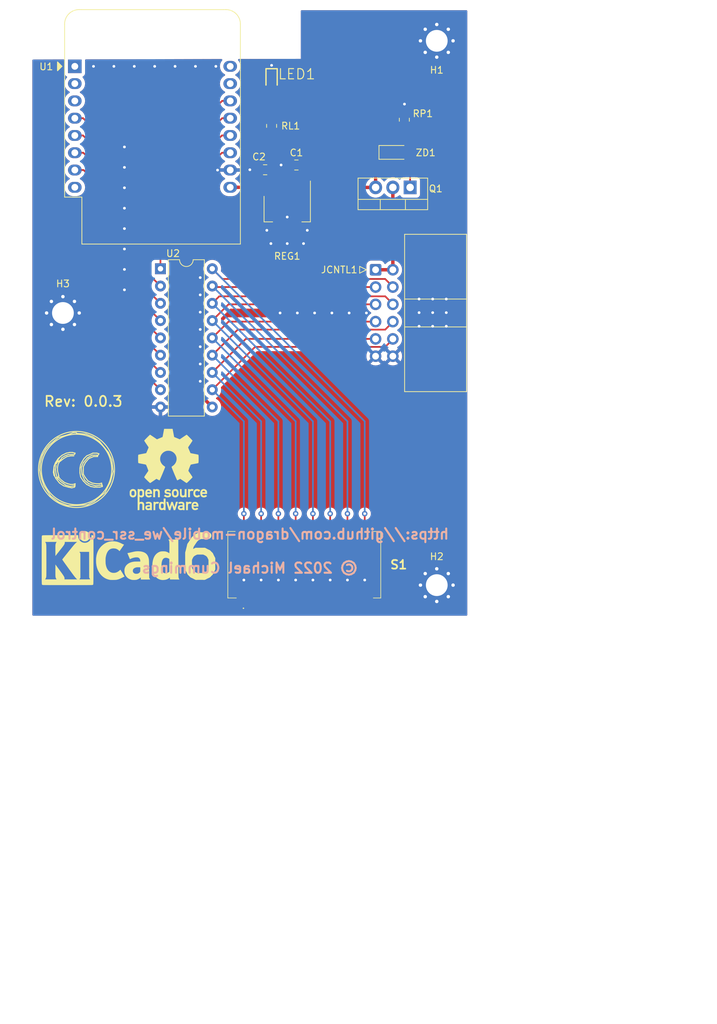
<source format=kicad_pcb>
(kicad_pcb (version 20211014) (generator pcbnew)
  (title_block (title "Dragon We SSR Control") (date "2022-07-16") (rev "0.0.3") (comment 2 "creativecommons.org/licenses/by/4.0/") (comment 3 "License: CC By 4.0") (comment 4 "Author: Michael Cummings"))
  (layers (0 "F.Cu" signal) (31 "B.Cu" signal) (34 "B.Paste" user) (35 "F.Paste" user) (36 "B.SilkS" user "B.Silkscreen") (37 "F.SilkS" user "F.Silkscreen") (38 "B.Mask" user) (39 "F.Mask" user) (44 "Edge.Cuts" user))
  (net 0 "")
  (net 1 "+BATT")
  (net 2 "GNDPWR")
  (net 3 "+5V")
  (net 5 "Net-(U1-Pad4)")
  (net 6 "Net-(U1-Pad5)")
  (net 7 "Net-(U1-Pad6)")
  (net 8 "Net-(U1-Pad7)")
  (net 9 "+VDC")
  (net 10 "/a3")
  (net 11 "/a4")
  (net 12 "/a1")
  (net 13 "/a2")
  (net 14 "/a8")
  (net 15 "/a7")
  (net 16 "/a6")
  (net 17 "/a5")
  (net 18 "Net-(LED1-Pad2)")
  (net 19 "Net-(U1-Pad11)")
  (net 20 "Net-(U1-Pad12)")
  (net 21 "Net-(U1-Pad13)")
  (net 22 "Net-(U1-Pad14)")
  (net 23 "Net-(Q1-Pad1)")
  (footprint "Package_TO_SOT_THT:TO-220-3_Vertical" (layer "F.Cu") (at 106.08 76.545 180)
    (fp_text reference "Q1" (at -3.77 -0.195) (layer "F.SilkS"))
    (fp_text value "IRF4905" hide)
    (pad "1" thru_hole rect (at 0 0 180) (size 1.905 2) (drill 1.1) (layers *.Cu *.Mask) (net 23 "Net-(Q1-Pad1)"))
    (pad "2" thru_hole oval (at 2.54 0 180) (size 1.905 2) (drill 1.1) (layers *.Cu *.Mask) (net 1 "+BATT"))
    (pad "3" thru_hole oval (at 5.08 0 180) (size 1.905 2) (drill 1.1) (layers *.Cu *.Mask) (net 9 "+VDC"))
  )
  (footprint "Connector_IDC:IDC-Header_2x06_P2.54mm_Horizontal" (layer "F.Cu") (at 101 88.65)
    (fp_text reference "JCNTL1" (at -5.35 0) (layer "F.SilkS"))
    (fp_text value "Conn_02x06_Odd_Even" hide)
    (pad "1" thru_hole roundrect (at 0 0) (size 1.7 1.7) (drill 1) (layers *.Cu *.Mask) (roundrect_rratio 0.1470588235) (net 1 "+BATT"))
    (pad "2" thru_hole circle (at 2.54 0) (size 1.7 1.7) (drill 1) (layers *.Cu *.Mask) (net 1 "+BATT"))
    (pad "3" thru_hole circle (at 0 2.54) (size 1.7 1.7) (drill 1) (layers *.Cu *.Mask) (net 13 "/a2"))
    (pad "4" thru_hole circle (at 2.54 2.54) (size 1.7 1.7) (drill 1) (layers *.Cu *.Mask) (net 12 "/a1"))
    (pad "5" thru_hole circle (at 0 5.08) (size 1.7 1.7) (drill 1) (layers *.Cu *.Mask) (net 11 "/a4"))
    (pad "6" thru_hole circle (at 2.54 5.08) (size 1.7 1.7) (drill 1) (layers *.Cu *.Mask) (net 10 "/a3"))
    (pad "7" thru_hole circle (at 0 7.62) (size 1.7 1.7) (drill 1) (layers *.Cu *.Mask) (net 17 "/a5"))
    (pad "8" thru_hole circle (at 2.54 7.62) (size 1.7 1.7) (drill 1) (layers *.Cu *.Mask) (net 16 "/a6"))
    (pad "9" thru_hole circle (at 0 10.16) (size 1.7 1.7) (drill 1) (layers *.Cu *.Mask) (net 15 "/a7"))
    (pad "10" thru_hole circle (at 2.54 10.16) (size 1.7 1.7) (drill 1) (layers *.Cu *.Mask) (net 14 "/a8"))
    (pad "11" thru_hole circle (at 0 12.7) (size 1.7 1.7) (drill 1) (layers *.Cu *.Mask) (net 2 "GNDPWR"))
    (pad "12" thru_hole circle (at 2.54 12.7) (size 1.7 1.7) (drill 1) (layers *.Cu *.Mask) (net 2 "GNDPWR"))
  )
  (footprint "Resistor_SMD:R_0805_2012Metric" (layer "F.Cu") (at 85.7 67.5 90)
    (fp_text reference "RL1" (at -0.0125 2.8 180) (layer "F.SilkS"))
    (fp_text value "250" hide)
    (pad "1" smd roundrect (at -0.9125 0 90) (size 1.025 1.4) (layers "F.Cu" "F.Paste" "F.Mask") (roundrect_rratio 0.243902439) (net 3 "+5V"))
    (pad "2" smd roundrect (at 0.9125 0 90) (size 1.025 1.4) (layers "F.Cu" "F.Paste" "F.Mask") (roundrect_rratio 0.243902439) (net 18 "Net-(LED1-Pad2)"))
  )
  (footprint "Resistor_SMD:R_0805_2012Metric" (layer "F.Cu") (at 105.23 66.595 90)
    (fp_text reference "RP1" (at 0.895 2.72) (layer "F.SilkS"))
    (fp_text value "100k" hide)
    (pad "1" smd roundrect (at -0.9125 0 90) (size 1.025 1.4) (layers "F.Cu" "F.Paste" "F.Mask") (roundrect_rratio 0.243902439) (net 23 "Net-(Q1-Pad1)"))
    (pad "2" smd roundrect (at 0.9125 0 90) (size 1.025 1.4) (layers "F.Cu" "F.Paste" "F.Mask") (roundrect_rratio 0.243902439) (net 2 "GNDPWR"))
  )
  (footprint "Symbol:KiCad-Logo_8mm_SilkScreen" (layer "F.Cu") (at 62 131)
    (fp_text reference "#LOGO3" hide)
    (fp_text value "6" (at 13.2 0) (layer "F.SilkS") (effects (font (size 6 6) (thickness 1))))
  )
  (footprint "Capacitor_SMD:C_0805_2012Metric" (layer "F.Cu") (at 84.75 73.95 180)
    (fp_text reference "C2" (at 0.9 1.9) (layer "F.SilkS"))
    (fp_text value "100n" hide)
    (pad "1" smd roundrect (at -0.95 0 180) (size 1 1.45) (layers "F.Cu" "F.Paste" "F.Mask") (net 3 "+5V"))
    (pad "2" smd roundrect (at 0.95 0 180) (size 1 1.45) (layers "F.Cu" "F.Paste" "F.Mask") (net 2 "GNDPWR"))
  )
  (footprint "Symbol:OSHW-Logo_11.4x12mm_SilkScreen" (layer "F.Cu") (at 70.5 118)
    (fp_text reference "#LOGO1" hide)
    (fp_text value "OSHW-Logo_11.4x12mm_SilkScreen" hide)
  )
  (footprint "Capacitor_SMD:C_0805_2012Metric" (layer "F.Cu") (at 89.35 73.25 180)
    (fp_text reference "C1" (at 0 1.8 180) (layer "F.SilkS"))
    (fp_text value "330n" hide)
    (pad "1" smd roundrect (at -0.95 0 180) (size 1 1.45) (layers "F.Cu" "F.Paste" "F.Mask") (net 9 "+VDC"))
    (pad "2" smd roundrect (at 0.95 0 180) (size 1 1.45) (layers "F.Cu" "F.Paste" "F.Mask") (net 2 "GNDPWR"))
  )
  (footprint "Symbol:Symbol_CreativeCommons_SilkScreenTop_Type2_Big" (layer "F.Cu") (at 57 118)
    (fp_text reference "#LOGO2" hide)
    (fp_text value "Symbol_CreativeCommons_SilkScreenTop_Type2_Big" hide)
  )
  (footprint "dragon_mobile:LEDC1608X80N" (layer "F.Cu") (at 85.7 60.7 -90)
    (fp_text reference "LED1" (at -0.8 -3.7 180) (layer "F.SilkS") (effects (font (size 1.5 1.5))))
    (fp_text value "LTST-C190KGKT" hide)
    (pad "1" smd rect (at -0.8 0 270) (size 0.9 0.95) (layers "F.Cu" "F.Paste" "F.Mask") (net 2 "GNDPWR"))
    (pad "2" smd rect (at 0.8 0 270) (size 0.9 0.95) (layers "F.Cu" "F.Paste" "F.Mask") (net 18 "Net-(LED1-Pad2)"))
  )
  (footprint "MountingHole:MountingHole_3.2mm_M3_Pad_Via" (layer "F.Cu") (at 55 95)
    (fp_text reference "H3" (at 0 -4.3) (layer "F.SilkS"))
    (fp_text value "MountingHole_Pad" hide)
    (pad "1" thru_hole circle (at 2.4 0) (size 0.8 0.8) (drill 0.5) (layers *.Cu *.Mask) (net 2 "GNDPWR"))
    (pad "1" thru_hole circle (at 0 -2.4) (size 0.8 0.8) (drill 0.5) (layers *.Cu *.Mask) (net 2 "GNDPWR"))
    (pad "1" thru_hole circle (at 1.697056 -1.697056) (size 0.8 0.8) (drill 0.5) (layers *.Cu *.Mask) (net 2 "GNDPWR"))
    (pad "1" thru_hole circle (at -2.4 0) (size 0.8 0.8) (drill 0.5) (layers *.Cu *.Mask) (net 2 "GNDPWR"))
    (pad "1" thru_hole circle (at -1.697056 1.697056) (size 0.8 0.8) (drill 0.5) (layers *.Cu *.Mask) (net 2 "GNDPWR"))
    (pad "1" thru_hole circle (at -1.697056 -1.697056) (size 0.8 0.8) (drill 0.5) (layers *.Cu *.Mask) (net 2 "GNDPWR"))
    (pad "1" thru_hole circle (at 0 2.4) (size 0.8 0.8) (drill 0.5) (layers *.Cu *.Mask) (net 2 "GNDPWR"))
    (pad "1" thru_hole circle (at 0 0) (size 6.4 6.4) (drill 3.2) (layers *.Cu *.Mask) (net 2 "GNDPWR"))
    (pad "1" thru_hole circle (at 1.697056 1.697056) (size 0.8 0.8) (drill 0.5) (layers *.Cu *.Mask) (net 2 "GNDPWR"))
  )
  (footprint "Diode_SMD:D_SMF" (layer "F.Cu") (at 103.78 71.395)
    (fp_text reference "ZD1" (at 4.59 0.05) (layer "F.SilkS"))
    (fp_text value "+10v Zener Diode" hide)
    (pad "1" smd rect (at -1.45 0) (size 1.3 1.4) (layers "F.Cu" "F.Paste" "F.Mask") (net 9 "+VDC"))
    (pad "2" smd rect (at 1.45 0) (size 1.3 1.4) (layers "F.Cu" "F.Paste" "F.Mask") (net 23 "Net-(Q1-Pad1)"))
  )
  (footprint "Package_TO_SOT_SMD:SOT-223" (layer "F.Cu") (at 88 79.7 -90)
    (fp_text reference "REG1" (at 6.95 0) (layer "F.SilkS"))
    (fp_text value "LM7805" hide)
    (pad "1" smd rect (at -3.15 -2.3 270) (size 2 1.5) (layers "F.Cu" "F.Paste" "F.Mask") (net 9 "+VDC"))
    (pad "2" smd rect (at -3.15 0 270) (size 2 1.5) (layers "F.Cu" "F.Paste" "F.Mask") (net 2 "GNDPWR"))
    (pad "3" smd rect (at -3.15 2.3 270) (size 2 1.5) (layers "F.Cu" "F.Paste" "F.Mask") (net 3 "+5V"))
    (pad "4" smd rect (at 3.15 0 270) (size 2 3.8) (layers "F.Cu" "F.Paste" "F.Mask") (net 2 "GNDPWR"))
  )
  (footprint "Package_DIP:DIP-18_W7.62mm" (layer "F.Cu") (at 69.35 88.5)
    (fp_text reference "U2" (at 1.85 -2.25) (layer "F.SilkS"))
    (fp_text value "ULN2805A" hide)
    (pad "1" thru_hole rect (at 0 0) (size 1.6 1.6) (drill 0.8) (layers *.Cu *.Mask) (net 19 "Net-(U1-Pad11)"))
    (pad "2" thru_hole oval (at 0 2.54) (size 1.6 1.6) (drill 0.8) (layers *.Cu *.Mask) (net 20 "Net-(U1-Pad12)"))
    (pad "3" thru_hole oval (at 0 5.08) (size 1.6 1.6) (drill 0.8) (layers *.Cu *.Mask) (net 21 "Net-(U1-Pad13)"))
    (pad "4" thru_hole oval (at 0 7.62) (size 1.6 1.6) (drill 0.8) (layers *.Cu *.Mask) (net 22 "Net-(U1-Pad14)"))
    (pad "5" thru_hole oval (at 0 10.16) (size 1.6 1.6) (drill 0.8) (layers *.Cu *.Mask) (net 5 "Net-(U1-Pad4)"))
    (pad "6" thru_hole oval (at 0 12.7) (size 1.6 1.6) (drill 0.8) (layers *.Cu *.Mask) (net 6 "Net-(U1-Pad5)"))
    (pad "7" thru_hole oval (at 0 15.24) (size 1.6 1.6) (drill 0.8) (layers *.Cu *.Mask) (net 7 "Net-(U1-Pad6)"))
    (pad "8" thru_hole oval (at 0 17.78) (size 1.6 1.6) (drill 0.8) (layers *.Cu *.Mask) (net 8 "Net-(U1-Pad7)"))
    (pad "9" thru_hole oval (at 0 20.32) (size 1.6 1.6) (drill 0.8) (layers *.Cu *.Mask) (net 2 "GNDPWR"))
    (pad "10" thru_hole oval (at 7.62 20.32) (size 1.6 1.6) (drill 0.8) (layers *.Cu *.Mask) (net 9 "+VDC"))
    (pad "11" thru_hole oval (at 7.62 17.78) (size 1.6 1.6) (drill 0.8) (layers *.Cu *.Mask) (net 14 "/a8"))
    (pad "12" thru_hole oval (at 7.62 15.24) (size 1.6 1.6) (drill 0.8) (layers *.Cu *.Mask) (net 15 "/a7"))
    (pad "13" thru_hole oval (at 7.62 12.7) (size 1.6 1.6) (drill 0.8) (layers *.Cu *.Mask) (net 16 "/a6"))
    (pad "14" thru_hole oval (at 7.62 10.16) (size 1.6 1.6) (drill 0.8) (layers *.Cu *.Mask) (net 17 "/a5"))
    (pad "15" thru_hole oval (at 7.62 7.62) (size 1.6 1.6) (drill 0.8) (layers *.Cu *.Mask) (net 11 "/a4"))
    (pad "16" thru_hole oval (at 7.62 5.08) (size 1.6 1.6) (drill 0.8) (layers *.Cu *.Mask) (net 10 "/a3"))
    (pad "17" thru_hole oval (at 7.62 2.54) (size 1.6 1.6) (drill 0.8) (layers *.Cu *.Mask) (net 13 "/a2"))
    (pad "18" thru_hole oval (at 7.62 0) (size 1.6 1.6) (drill 0.8) (layers *.Cu *.Mask) (net 12 "/a1"))
  )
  (footprint "MountingHole:MountingHole_3.2mm_M3_Pad_Via" (layer "F.Cu") (at 110 135)
    (fp_text reference "H2" (at 0 -4.2) (layer "F.SilkS"))
    (fp_text value "MountingHole_Pad" hide)
    (pad "1" thru_hole circle (at 0 2.4) (size 0.8 0.8) (drill 0.5) (layers *.Cu *.Mask) (net 2 "GNDPWR"))
    (pad "1" thru_hole circle (at 0 -2.4) (size 0.8 0.8) (drill 0.5) (layers *.Cu *.Mask) (net 2 "GNDPWR"))
    (pad "1" thru_hole circle (at 1.697056 1.697056) (size 0.8 0.8) (drill 0.5) (layers *.Cu *.Mask) (net 2 "GNDPWR"))
    (pad "1" thru_hole circle (at 0 0) (size 6.4 6.4) (drill 3.2) (layers *.Cu *.Mask) (net 2 "GNDPWR"))
    (pad "1" thru_hole circle (at -1.697056 -1.697056) (size 0.8 0.8) (drill 0.5) (layers *.Cu *.Mask) (net 2 "GNDPWR"))
    (pad "1" thru_hole circle (at 1.697056 -1.697056) (size 0.8 0.8) (drill 0.5) (layers *.Cu *.Mask) (net 2 "GNDPWR"))
    (pad "1" thru_hole circle (at -2.4 0) (size 0.8 0.8) (drill 0.5) (layers *.Cu *.Mask) (net 2 "GNDPWR"))
    (pad "1" thru_hole circle (at 2.4 0) (size 0.8 0.8) (drill 0.5) (layers *.Cu *.Mask) (net 2 "GNDPWR"))
    (pad "1" thru_hole circle (at -1.697056 1.697056) (size 0.8 0.8) (drill 0.5) (layers *.Cu *.Mask) (net 2 "GNDPWR"))
  )
  (footprint "SamacSys_Parts:1938MS" (layer "F.Cu") (at 90.51 132)
    (fp_text reference "S1" (at 13.89 0) (layer "F.SilkS") (effects (font (size 1.27 1.27) (thickness 0.254))))
    (fp_text value "193-8MS" hide)
    (pad "1" smd rect (at -8.89 4.3) (size 1.13 2.44) (layers "F.Cu" "F.Paste" "F.Mask") (net 2 "GNDPWR"))
    (pad "2" smd rect (at -6.35 4.3) (size 1.13 2.44) (layers "F.Cu" "F.Paste" "F.Mask") (net 2 "GNDPWR"))
    (pad "3" smd rect (at -3.81 4.3) (size 1.13 2.44) (layers "F.Cu" "F.Paste" "F.Mask") (net 2 "GNDPWR"))
    (pad "4" smd rect (at -1.27 4.3) (size 1.13 2.44) (layers "F.Cu" "F.Paste" "F.Mask") (net 2 "GNDPWR"))
    (pad "5" smd rect (at 1.27 4.3) (size 1.13 2.44) (layers "F.Cu" "F.Paste" "F.Mask") (net 2 "GNDPWR"))
    (pad "6" smd rect (at 3.81 4.3) (size 1.13 2.44) (layers "F.Cu" "F.Paste" "F.Mask") (net 2 "GNDPWR"))
    (pad "7" smd rect (at 6.35 4.3) (size 1.13 2.44) (layers "F.Cu" "F.Paste" "F.Mask") (net 2 "GNDPWR"))
    (pad "8" smd rect (at 8.89 4.3) (size 1.13 2.44) (layers "F.Cu" "F.Paste" "F.Mask") (net 2 "GNDPWR"))
    (pad "9" smd rect (at 8.89 -4.3) (size 1.13 2.44) (layers "F.Cu" "F.Paste" "F.Mask") (net 12 "/a1"))
    (pad "10" smd rect (at 6.35 -4.3) (size 1.13 2.44) (layers "F.Cu" "F.Paste" "F.Mask") (net 13 "/a2"))
    (pad "11" smd rect (at 3.81 -4.3) (size 1.13 2.44) (layers "F.Cu" "F.Paste" "F.Mask") (net 10 "/a3"))
    (pad "12" smd rect (at 1.27 -4.3) (size 1.13 2.44) (layers "F.Cu" "F.Paste" "F.Mask") (net 11 "/a4"))
    (pad "13" smd rect (at -1.27 -4.3) (size 1.13 2.44) (layers "F.Cu" "F.Paste" "F.Mask") (net 17 "/a5"))
    (pad "14" smd rect (at -3.81 -4.3) (size 1.13 2.44) (layers "F.Cu" "F.Paste" "F.Mask") (net 16 "/a6"))
    (pad "15" smd rect (at -6.35 -4.3) (size 1.13 2.44) (layers "F.Cu" "F.Paste" "F.Mask") (net 15 "/a7"))
    (pad "16" smd rect (at -8.89 -4.3) (size 1.13 2.44) (layers "F.Cu" "F.Paste" "F.Mask") (net 14 "/a8"))
  )
  (footprint "Module:WEMOS_D1_mini_light" (layer "F.Cu") (at 56.75 58.75)
    (fp_text reference "U1" (at -4.2 0.05) (layer "F.SilkS"))
    (fp_text value "WeMos_D1_mini" hide)
    (pad "1" thru_hole rect (at 0 0) (size 2 2) (drill 1) (layers *.Cu *.Mask))
    (pad "2" thru_hole oval (at 0 2.54) (size 2 1.6) (drill 1) (layers *.Cu *.Mask))
    (pad "3" thru_hole oval (at 0 5.08) (size 2 1.6) (drill 1) (layers *.Cu *.Mask))
    (pad "4" thru_hole oval (at 0 7.62) (size 2 1.6) (drill 1) (layers *.Cu *.Mask) (net 5 "Net-(U1-Pad4)"))
    (pad "5" thru_hole oval (at 0 10.16) (size 2 1.6) (drill 1) (layers *.Cu *.Mask) (net 6 "Net-(U1-Pad5)"))
    (pad "6" thru_hole oval (at 0 12.7) (size 2 1.6) (drill 1) (layers *.Cu *.Mask) (net 7 "Net-(U1-Pad6)"))
    (pad "7" thru_hole oval (at 0 15.24) (size 2 1.6) (drill 1) (layers *.Cu *.Mask) (net 8 "Net-(U1-Pad7)"))
    (pad "8" thru_hole oval (at 0 17.78) (size 2 1.6) (drill 1) (layers *.Cu *.Mask))
    (pad "9" thru_hole oval (at 22.86 17.78) (size 2 1.6) (drill 1) (layers *.Cu *.Mask) (net 3 "+5V"))
    (pad "10" thru_hole oval (at 22.86 15.24) (size 2 1.6) (drill 1) (layers *.Cu *.Mask) (net 2 "GNDPWR"))
    (pad "11" thru_hole oval (at 22.86 12.7) (size 2 1.6) (drill 1) (layers *.Cu *.Mask) (net 19 "Net-(U1-Pad11)"))
    (pad "12" thru_hole oval (at 22.86 10.16) (size 2 1.6) (drill 1) (layers *.Cu *.Mask) (net 20 "Net-(U1-Pad12)"))
    (pad "13" thru_hole oval (at 22.86 7.62) (size 2 1.6) (drill 1) (layers *.Cu *.Mask) (net 21 "Net-(U1-Pad13)"))
    (pad "14" thru_hole oval (at 22.86 5.08) (size 2 1.6) (drill 1) (layers *.Cu *.Mask) (net 22 "Net-(U1-Pad14)"))
    (pad "15" thru_hole oval (at 22.86 2.54) (size 2 1.6) (drill 1) (layers *.Cu *.Mask))
    (pad "16" thru_hole oval (at 22.86 0) (size 2 1.6) (drill 1) (layers *.Cu *.Mask))
  )
  (footprint "MountingHole:MountingHole_3.2mm_M3_Pad_Via" (layer "F.Cu") (at 110 55)
    (fp_text reference "H1" (at 0 4.3) (layer "F.SilkS"))
    (fp_text value "MountingHole_Pad" hide)
    (pad "1" thru_hole circle (at 2.4 0) (size 0.8 0.8) (drill 0.5) (layers *.Cu *.Mask) (net 2 "GNDPWR"))
    (pad "1" thru_hole circle (at -1.697056 -1.697056) (size 0.8 0.8) (drill 0.5) (layers *.Cu *.Mask) (net 2 "GNDPWR"))
    (pad "1" thru_hole circle (at -2.4 0) (size 0.8 0.8) (drill 0.5) (layers *.Cu *.Mask) (net 2 "GNDPWR"))
    (pad "1" thru_hole circle (at 0 2.4) (size 0.8 0.8) (drill 0.5) (layers *.Cu *.Mask) (net 2 "GNDPWR"))
    (pad "1" thru_hole circle (at -1.697056 1.697056) (size 0.8 0.8) (drill 0.5) (layers *.Cu *.Mask) (net 2 "GNDPWR"))
    (pad "1" thru_hole circle (at 0 0) (size 6.4 6.4) (drill 3.2) (layers *.Cu *.Mask) (net 2 "GNDPWR"))
    (pad "1" thru_hole circle (at 1.697056 1.697056) (size 0.8 0.8) (drill 0.5) (layers *.Cu *.Mask) (net 2 "GNDPWR"))
    (pad "1" thru_hole circle (at 1.697056 -1.697056) (size 0.8 0.8) (drill 0.5) (layers *.Cu *.Mask) (net 2 "GNDPWR"))
    (pad "1" thru_hole circle (at 0 -2.4) (size 0.8 0.8) (drill 0.5) (layers *.Cu *.Mask) (net 2 "GNDPWR"))
  )
  (gr_rect (start 50 50) (end 115 140) (layer "Edge.Cuts") (width 0.001) (fill none))
  (gr_text "© 2022 Michael Cummings" (at 82.5 132.5) (layer "B.SilkS") (effects (font (size 1.5 1.5) (thickness 0.3)) (justify mirror)))
  (gr_text "https://github.com/dragon-mobile/we_ssr_control" (at 82.5 127.5) (layer "B.SilkS") (effects (font (size 1.5 1.5) (thickness 0.3)) (justify mirror)))
  (gr_text "Rev: 0.0.3" (at 58 108) (layer "F.SilkS") (effects (font (size 1.5 1.5) (thickness 0.25))))
  (segment (start 101.0525 88.65) (end 103.5925 88.65) (width 0.5) (layer "F.Cu") (net 1))
  (segment (start 103.54 88.65) (end 103.54 76.545) (width 0.5) (layer "F.Cu") (net 1))
  (via (at 77.75 74) (size 0.8) (drill 0.4) (layers "F.Cu" "B.Cu") (net 2))
  (via (at 65.5 58.75) (size 0.8) (drill 0.4) (layers "F.Cu" "B.Cu") (net 2))
  (via (at 86.95 95) (size 0.8) (drill 0.4) (layers "F.Cu" "B.Cu") (net 2))
  (via (at 91.78 134.25) (size 0.8) (drill 0.4) (layers "F.Cu" "B.Cu") (net 2))
  (via (at 86.7 134.25) (size 0.8) (drill 0.4) (layers "F.Cu" "B.Cu") (net 2))
  (via (at 75.2 102.5) (size 0.8) (drill 0.4) (layers "F.Cu" "B.Cu") (net 2))
  (via (at 97.11 95) (size 0.8) (drill 0.4) (layers "F.Cu" "B.Cu") (net 2))
  (via (at 85.7 58.6) (size 0.8) (drill 0.4) (layers "F.Cu" "B.Cu") (net 2))
  (via (at 64.05 76.6) (size 0.8) (drill 0.4) (layers "F.Cu" "B.Cu") (net 2))
  (via (at 89.49 95) (size 0.8) (drill 0.4) (layers "F.Cu" "B.Cu") (net 2))
  (via (at 75.2 94.88) (size 0.8) (drill 0.4) (layers "F.Cu" "B.Cu") (net 2))
  (via (at 74.5 58.75) (size 0.8) (drill 0.4) (layers "F.Cu" "B.Cu") (net 2))
  (via (at 64.05 88.6) (size 0.8) (drill 0.4) (layers "F.Cu" "B.Cu") (net 2))
  (via (at 105.25 64.3) (size 0.8) (drill 0.4) (layers "F.Cu" "B.Cu") (net 2))
  (via (at 89.24 134.25) (size 0.8) (drill 0.4) (layers "F.Cu" "B.Cu") (net 2))
  (via (at 64.05 70.6) (size 0.8) (drill 0.4) (layers "F.Cu" "B.Cu") (net 2))
  (via (at 81.62 134.25) (size 0.8) (drill 0.4) (layers "F.Cu" "B.Cu") (net 2))
  (via (at 75.2 99.96) (size 0.8) (drill 0.4) (layers "F.Cu" "B.Cu") (net 2))
  (via (at 77.5 58.75) (size 0.8) (drill 0.4) (layers "F.Cu" "B.Cu") (net 2))
  (via (at 64.05 85.6) (size 0.8) (drill 0.4) (layers "F.Cu" "B.Cu") (net 2))
  (via (at 68.5 58.75) (size 0.8) (drill 0.4) (layers "F.Cu" "B.Cu") (net 2))
  (via (at 107.4 94.95) (size 0.8) (drill 0.4) (layers "F.Cu" "B.Cu") (net 2))
  (via (at 109.4 92.95) (size 0.8) (drill 0.4) (layers "F.Cu" "B.Cu") (net 2))
  (via (at 90.4 84.8) (size 0.8) (drill 0.4) (layers "F.Cu" "B.Cu") (net 2))
  (via (at 109.4 94.95) (size 0.8) (drill 0.4) (layers "F.Cu" "B.Cu") (net 2))
  (via (at 96.86 134.25) (size 0.8) (drill 0.4) (layers "F.Cu" "B.Cu") (net 2))
  (via (at 84.16 134.25) (size 0.8) (drill 0.4) (layers "F.Cu" "B.Cu") (net 2))
  (via (at 107.4 92.95) (size 0.8) (drill 0.4) (layers "F.Cu" "B.Cu") (net 2))
  (via (at 75.2 105.04) (size 0.8) (drill 0.4) (layers "F.Cu" "B.Cu") (net 2))
  (via (at 88 84.8) (size 0.8) (drill 0.4) (layers "F.Cu" "B.Cu") (net 2))
  (via (at 94.32 134.25) (size 0.8) (drill 0.4) (layers "F.Cu" "B.Cu") (net 2))
  (via (at 64.05 82.6) (size 0.8) (drill 0.4) (layers "F.Cu" "B.Cu") (net 2))
  (via (at 75.2 97.42) (size 0.8) (drill 0.4) (layers "F.Cu" "B.Cu") (net 2))
  (via (at 64.05 79.6) (size 0.8) (drill 0.4) (layers "F.Cu" "B.Cu") (net 2))
  (via (at 107.4 96.95) (size 0.8) (drill 0.4) (layers "F.Cu" "B.Cu") (net 2))
  (via (at 99.4 134.25) (size 0.8) (drill 0.4) (layers "F.Cu" "B.Cu") (net 2))
  (via (at 75.2 89.8) (size 0.8) (drill 0.4) (layers "F.Cu" "B.Cu") (net 2))
  (via (at 87.1 73.25) (size 0.8) (drill 0.4) (layers "F.Cu" "B.Cu") (net 2))
  (via (at 109.4 96.95) (size 0.8) (drill 0.4) (layers "F.Cu" "B.Cu") (net 2))
  (via (at 85.6 84.8) (size 0.8) (drill 0.4) (layers "F.Cu" "B.Cu") (net 2))
  (via (at 90.95 82.85) (size 0.8) (drill 0.4) (layers "F.Cu" "B.Cu") (net 2))
  (via (at 111.4 96.95) (size 0.8) (drill 0.4) (layers "F.Cu" "B.Cu") (net 2))
  (via (at 64.05 73.6) (size 0.8) (drill 0.4) (layers "F.Cu" "B.Cu") (net 2))
  (via (at 99.65 95) (size 0.8) (drill 0.4) (layers "F.Cu" "B.Cu") (net 2))
  (via (at 111.4 94.95) (size 0.8) (drill 0.4) (layers "F.Cu" "B.Cu") (net 2))
  (via (at 82.5 73.95) (size 0.8) (drill 0.4) (layers "F.Cu" "B.Cu") (net 2))
  (via (at 75.2 92.34) (size 0.8) (drill 0.4) (layers "F.Cu" "B.Cu") (net 2))
  (via (at 88 80.9) (size 0.8) (drill 0.4) (layers "F.Cu" "B.Cu") (net 2))
  (via (at 64.05 91.6) (size 0.8) (drill 0.4) (layers "F.Cu" "B.Cu") (net 2))
  (via (at 92.03 95) (size 0.8) (drill 0.4) (layers "F.Cu" "B.Cu") (net 2))
  (via (at 85 82.85) (size 0.8) (drill 0.4) (layers "F.Cu" "B.Cu") (net 2))
  (via (at 62.5 58.75) (size 0.8) (drill 0.4) (layers "F.Cu" "B.Cu") (net 2))
  (via (at 111.4 92.95) (size 0.8) (drill 0.4) (layers "F.Cu" "B.Cu") (net 2))
  (via (at 71.5 58.75) (size 0.8) (drill 0.4) (layers "F.Cu" "B.Cu") (net 2))
  (via (at 94.57 95) (size 0.8) (drill 0.4) (layers "F.Cu" "B.Cu") (net 2))
  (via (at 59.5 58.75) (size 0.8) (drill 0.4) (layers "F.Cu" "B.Cu") (net 2))
  (segment (start 79.61 76.53) (end 85.68 76.53) (width 0.5) (layer "F.Cu") (net 3))
  (segment (start 85.7 76.55) (end 85.7 68.4125) (width 0.5) (layer "F.Cu") (net 3))
  (segment (start 62.85 71.25) (end 62.85 92.16) (width 0.25) (layer "F.Cu") (net 5))
  (segment (start 56.7 66.37) (end 57.97 66.37) (width 0.25) (layer "F.Cu") (net 5))
  (segment (start 62.85 92.16) (end 69.35 98.66) (width 0.25) (layer "F.Cu") (net 5))
  (segment (start 57.97 66.37) (end 62.85 71.25) (width 0.25) (layer "F.Cu") (net 5))
  (segment (start 56.7 68.91) (end 57.96 68.91) (width 0.25) (layer "F.Cu") (net 6))
  (segment (start 61.75 72.7) (end 61.75 93.6) (width 0.25) (layer "F.Cu") (net 6))
  (segment (start 61.75 93.6) (end 69.35 101.2) (width 0.25) (layer "F.Cu") (net 6))
  (segment (start 57.96 68.91) (end 61.75 72.7) (width 0.25) (layer "F.Cu") (net 6))
  (segment (start 58 71.45) (end 60.6 74.05) (width 0.25) (layer "F.Cu") (net 7))
  (segment (start 60.6 94.99) (end 69.35 103.74) (width 0.25) (layer "F.Cu") (net 7))
  (segment (start 60.6 74.05) (end 60.6 94.99) (width 0.25) (layer "F.Cu") (net 7))
  (segment (start 56.7 71.45) (end 58 71.45) (width 0.25) (layer "F.Cu") (net 7))
  (segment (start 59.75 75.7) (end 59.75 96.68) (width 0.25) (layer "F.Cu") (net 8))
  (segment (start 58.04 73.99) (end 59.75 75.7) (width 0.25) (layer "F.Cu") (net 8))
  (segment (start 59.75 96.68) (end 69.35 106.28) (width 0.25) (layer "F.Cu") (net 8))
  (segment (start 56.7 73.99) (end 58.04 73.99) (width 0.25) (layer "F.Cu") (net 8))
  (segment (start 73.55 105.4) (end 73.55 87.95) (width 0.5) (layer "F.Cu") (net 9))
  (segment (start 101 76.545) (end 90.305 76.545) (width 0.5) (layer "F.Cu") (net 9))
  (segment (start 76.97 108.82) (end 73.55 105.4) (width 0.5) (layer "F.Cu") (net 9))
  (segment (start 101 72.725) (end 101 76.545) (width 0.5) (layer "F.Cu") (net 9))
  (segment (start 102.33 71.395) (end 101 72.725) (width 0.5) (layer "F.Cu") (net 9))
  (segment (start 73.55 87.95) (end 81.5 80) (width 0.5) (layer "F.Cu") (net 9))
  (segment (start 81.5 80) (end 87.199022 80) (width 0.5) (layer "F.Cu") (net 9))
  (segment (start 90.3 76.55) (end 90.3 73.25) (width 0.5) (layer "F.Cu") (net 9))
  (segment (start 87.199022 80) (end 90.3 76.899022) (width 0.5) (layer "F.Cu") (net 9))
  (segment (start 76.97 93.58) (end 77.994511 92.555489) (width 0.25) (layer "F.Cu") (net 10))
  (segment (start 77.994511 92.555489) (end 102.417989 92.555489) (width 0.25) (layer "F.Cu") (net 10))
  (segment (start 102.417989 92.555489) (end 103.5925 93.73) (width 0.25) (layer "F.Cu") (net 10))
  (segment (start 94.32 127.7) (end 94.32 124.5) (width 0.25) (layer "F.Cu") (net 10))
  (via (at 94.32 124.5) (size 0.8) (drill 0.4) (layers "F.Cu" "B.Cu") (net 10))
  (segment (start 94.32 124.5) (end 94.32 110.93) (width 0.25) (layer "B.Cu") (net 10))
  (segment (start 94.32 110.93) (end 76.97 93.58) (width 0.25) (layer "B.Cu") (net 10))
  (segment (start 91.78 127.7) (end 91.78 124.5) (width 0.25) (layer "F.Cu") (net 11))
  (segment (start 101.0525 93.73) (end 79.36 93.73) (width 0.25) (layer "F.Cu") (net 11))
  (segment (start 79.36 93.73) (end 76.97 96.12) (width 0.25) (layer "F.Cu") (net 11))
  (via (at 91.78 124.5) (size 0.8) (drill 0.4) (layers "F.Cu" "B.Cu") (net 11))
  (segment (start 91.78 110.93) (end 76.97 96.12) (width 0.25) (layer "B.Cu") (net 11))
  (segment (start 91.78 124.5) (end 91.78 110.93) (width 0.25) (layer "B.Cu") (net 11))
  (segment (start 99.4 127.7) (end 99.4 124.5) (width 0.25) (layer "F.Cu") (net 12))
  (segment (start 76.97 88.5) (end 78.47 90) (width 0.25) (layer "F.Cu") (net 12))
  (segment (start 102.4025 90) (end 103.5925 91.19) (width 0.25) (layer "F.Cu") (net 12))
  (segment (start 78.47 90) (end 102.4025 90) (width 0.25) (layer "F.Cu") (net 12))
  (via (at 99.4 124.5) (size 0.8) (drill 0.4) (layers "F.Cu" "B.Cu") (net 12))
  (segment (start 99.4 124.5) (end 99.4 110.93) (width 0.25) (layer "B.Cu") (net 12))
  (segment (start 99.4 110.93) (end 76.97 88.5) (width 0.25) (layer "B.Cu") (net 12))
  (segment (start 101.0525 91.19) (end 77.12 91.19) (width 0.25) (layer "F.Cu") (net 13))
  (segment (start 96.86 127.7) (end 96.86 124.5) (width 0.25) (layer "F.Cu") (net 13))
  (via (at 96.86 124.5) (size 0.8) (drill 0.4) (layers "F.Cu" "B.Cu") (net 13))
  (segment (start 96.86 110.93) (end 76.97 91.04) (width 0.25) (layer "B.Cu") (net 13))
  (segment (start 96.86 124.5) (end 96.86 110.93) (width 0.25) (layer "B.Cu") (net 13))
  (segment (start 81.62 127.7) (end 81.62 124.5) (width 0.25) (layer "F.Cu") (net 14))
  (segment (start 83.265489 99.984511) (end 76.97 106.28) (width 0.25) (layer "F.Cu") (net 14))
  (segment (start 103.5925 98.81) (end 102.417989 99.984511) (width 0.25) (layer "F.Cu") (net 14))
  (segment (start 102.417989 99.984511) (end 83.265489 99.984511) (width 0.25) (layer "F.Cu") (net 14))
  (via (at 81.62 124.5) (size 0.8) (drill 0.4) (layers "F.Cu" "B.Cu") (net 14))
  (segment (start 81.62 110.93) (end 76.97 106.28) (width 0.25) (layer "B.Cu") (net 14))
  (segment (start 81.62 124.5) (end 81.62 110.93) (width 0.25) (layer "B.Cu") (net 14))
  (segment (start 84.16 127.7) (end 84.16 124.5) (width 0.25) (layer "F.Cu") (net 15))
  (segment (start 81.9 98.81) (end 101.0525 98.81) (width 0.25) (layer "F.Cu") (net 15))
  (segment (start 76.97 103.74) (end 81.9 98.81) (width 0.25) (layer "F.Cu") (net 15))
  (via (at 84.16 124.5) (size 0.8) (drill 0.4) (layers "F.Cu" "B.Cu") (net 15))
  (segment (start 84.16 124.5) (end 84.16 110.93) (width 0.25) (layer "B.Cu") (net 15))
  (segment (start 84.16 110.93) (end 76.97 103.74) (width 0.25) (layer "B.Cu") (net 15))
  (segment (start 86.7 127.7) (end 86.7 124.5) (width 0.25) (layer "F.Cu") (net 16))
  (segment (start 103.5925 96.27) (end 102.417989 97.444511) (width 0.25) (layer "F.Cu") (net 16))
  (segment (start 80.725489 97.444511) (end 76.97 101.2) (width 0.25) (layer "F.Cu") (net 16))
  (segment (start 102.417989 97.444511) (end 80.725489 97.444511) (width 0.25) (layer "F.Cu") (net 16))
  (via (at 86.7 124.5) (size 0.8) (drill 0.4) (layers "F.Cu" "B.Cu") (net 16))
  (segment (start 86.7 124.5) (end 86.7 110.93) (width 0.25) (layer "B.Cu") (net 16))
  (segment (start 86.7 110.93) (end 76.97 101.2) (width 0.25) (layer "B.Cu") (net 16))
  (segment (start 76.97 98.66) (end 79.36 96.27) (width 0.25) (layer "F.Cu") (net 17))
  (segment (start 89.24 127.7) (end 89.24 124.5) (width 0.25) (layer "F.Cu") (net 17))
  (segment (start 79.36 96.27) (end 101.0525 96.27) (width 0.25) (layer "F.Cu") (net 17))
  (via (at 89.24 124.5) (size 0.8) (drill 0.4) (layers "F.Cu" "B.Cu") (net 17))
  (segment (start 89.24 110.93) (end 76.97 98.66) (width 0.25) (layer "B.Cu") (net 17))
  (segment (start 89.24 124.5) (end 89.24 110.93) (width 0.25) (layer "B.Cu") (net 17))
  (segment (start 85.7 66.5875) (end 85.7 61.5) (width 0.25) (layer "F.Cu") (net 18))
  (segment (start 78.4 71.45) (end 69.35 80.5) (width 0.25) (layer "F.Cu") (net 19))
  (segment (start 69.35 80.5) (end 69.35 88.5) (width 0.25) (layer "F.Cu") (net 19))
  (segment (start 79.56 71.45) (end 78.4 71.45) (width 0.25) (layer "F.Cu") (net 19))
  (segment (start 78.39 68.91) (end 67.85 79.45) (width 0.25) (layer "F.Cu") (net 20))
  (segment (start 67.85 79.45) (end 67.85 89.54) (width 0.25) (layer "F.Cu") (net 20))
  (segment (start 79.56 68.91) (end 78.39 68.91) (width 0.25) (layer "F.Cu") (net 20))
  (segment (start 67.85 89.54) (end 69.35 91.04) (width 0.25) (layer "F.Cu") (net 20))
  (segment (start 66.35 78.45) (end 66.35 90.58) (width 0.25) (layer "F.Cu") (net 21))
  (segment (start 78.43 66.37) (end 66.35 78.45) (width 0.25) (layer "F.Cu") (net 21))
  (segment (start 66.35 90.58) (end 69.35 93.58) (width 0.25) (layer "F.Cu") (net 21))
  (segment (start 79.56 66.37) (end 78.43 66.37) (width 0.25) (layer "F.Cu") (net 21))
  (segment (start 79.56 63.83) (end 78.42 63.83) (width 0.25) (layer "F.Cu") (net 22))
  (segment (start 65.2 77.05) (end 65.2 91.97) (width 0.25) (layer "F.Cu") (net 22))
  (segment (start 78.42 63.83) (end 65.2 77.05) (width 0.25) (layer "F.Cu") (net 22))
  (segment (start 65.2 91.97) (end 69.35 96.12) (width 0.25) (layer "F.Cu") (net 22))
  (segment (start 106.08 72.245) (end 105.23 71.395) (width 0.25) (layer "F.Cu") (net 23))
  (segment (start 106.08 76.545) (end 106.08 72.245) (width 0.25) (layer "F.Cu") (net 23))
  (segment (start 105.23 71.395) (end 105.23 67.5075) (width 0.25) (layer "F.Cu") (net 23))
  (zone (net 0) (net_name "") (layers F&B.Cu) (name "ANT1") (connect_pads (clearance 0)) (min_thickness 0.254)
    (keepout (tracks not_allowed) (vias not_allowed) (pads not_allowed) (copperpour not_allowed) (footprints allowed))
    (fill (thermal_gap 0.508) (thermal_bridge_width 0.508))
    (polygon (pts (xy 89.999125 57.649628) (xy 49.949125 57.749628) (xy 49.95 49) (xy 90 49)))
  )
  (zone (net 2) (net_name "GNDPWR") (layers F&B.Cu) (connect_pads (clearance 0.508)) (min_thickness 0.254) (fill yes (thermal_gap 0.508) (thermal_bridge_width 0.508))
    (polygon (pts (xy 117.4 141.6) (xy 49 141.6) (xy 49 49) (xy 117.4 49)))
  )
)
</source>
